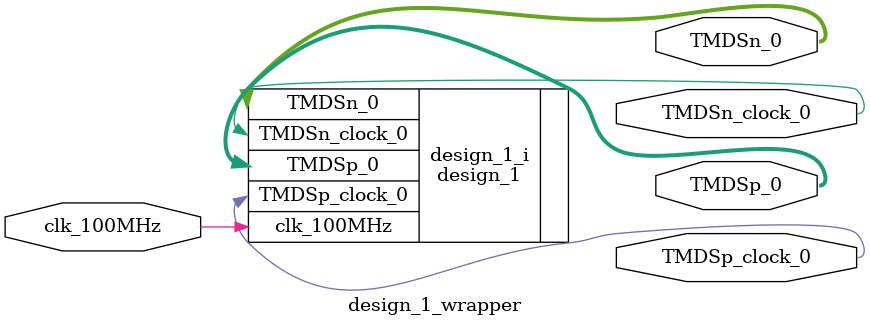
<source format=v>
`timescale 1 ps / 1 ps

module design_1_wrapper
   (TMDSn_0,
    TMDSn_clock_0,
    TMDSp_0,
    TMDSp_clock_0,
    clk_100MHz);
  output [2:0]TMDSn_0;
  output TMDSn_clock_0;
  output [2:0]TMDSp_0;
  output TMDSp_clock_0;
  input clk_100MHz;

  wire [2:0]TMDSn_0;
  wire TMDSn_clock_0;
  wire [2:0]TMDSp_0;
  wire TMDSp_clock_0;
  wire clk_100MHz;

  design_1 design_1_i
       (.TMDSn_0(TMDSn_0),
        .TMDSn_clock_0(TMDSn_clock_0),
        .TMDSp_0(TMDSp_0),
        .TMDSp_clock_0(TMDSp_clock_0),
        .clk_100MHz(clk_100MHz));
endmodule

</source>
